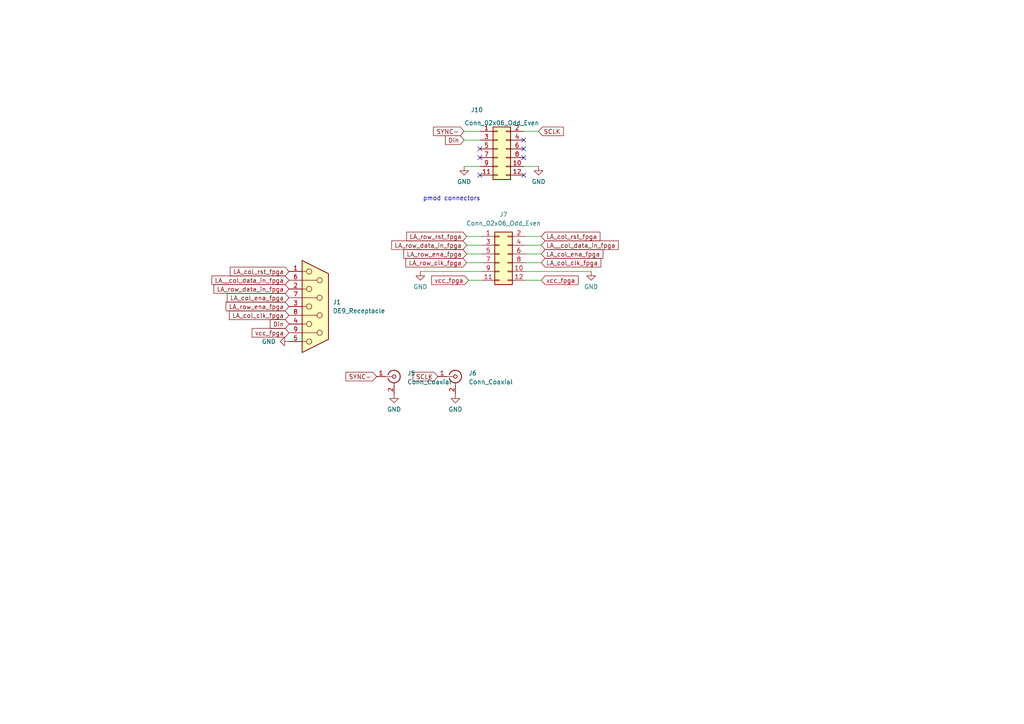
<source format=kicad_sch>
(kicad_sch (version 20231120) (generator "eeschema") (generator_version "8.0")
  (paper "A4")
  (lib_symbols
    (symbol "Connector:Conn_Coaxial" (pin_names (offset 1.016) hide)
      (property "Reference" "J" (at 0.254 3.048 0))
      (property "Value" "Conn_Coaxial" (at 2.921 0 90))
      (symbol "Conn_Coaxial_0_1"
        (arc (start -1.778 -0.508) (mid 0.2311 -1.8066) (end 1.778 0) (stroke (width 0.254)))
        (polyline (pts (xy -2.54 0) (xy -0.508 0)))
        (polyline (pts (xy 0 -2.54) (xy 0 -1.778)))
        (circle (center 0 0) (radius 0.508) (stroke (width 0.2032)))
        (arc (start 1.778 0) (mid 0.2099 1.8101) (end -1.778 0.508) (stroke (width 0.254)))
      )
      (symbol "Conn_Coaxial_1_1"
        (pin passive line (at -5.08 0 0) (length 2.54) (name "In") (number "1"))
        (pin passive line (at 0 -5.08 90) (length 2.54) (name "Ext") (number "2"))
      )
    )
    (symbol "Connector:DE9_Receptacle" (pin_names (offset 1.016) hide)
      (property "Reference" "J" (at 0 13.97 0))
      (property "Value" "DE9_Receptacle" (at 0 -14.605 0))
      (symbol "DE9_Receptacle_0_1"
        (circle (center -1.778 -10.16) (radius 0.762))
        (circle (center -1.778 -5.08) (radius 0.762))
        (circle (center -1.778 0) (radius 0.762))
        (circle (center -1.778 5.08) (radius 0.762))
        (circle (center -1.778 10.16) (radius 0.762))
        (polyline (pts (xy -3.81 -10.16) (xy -2.54 -10.16)))
        (polyline (pts (xy -3.81 -7.62) (xy 0.508 -7.62)))
        (polyline (pts (xy -3.81 -5.08) (xy -2.54 -5.08)))
        (polyline (pts (xy -3.81 -2.54) (xy 0.508 -2.54)))
        (polyline (pts (xy -3.81 0) (xy -2.54 0)))
        (polyline (pts (xy -3.81 2.54) (xy 0.508 2.54)))
        (polyline (pts (xy -3.81 5.08) (xy -2.54 5.08)))
        (polyline (pts (xy -3.81 7.62) (xy 0.508 7.62)))
        (polyline (pts (xy -3.81 10.16) (xy -2.54 10.16)))
        (polyline (pts (xy -3.81 13.335) (xy -3.81 -13.335) (xy 3.81 -9.525) (xy 3.81 9.525) (xy -3.81 13.335)) (stroke (width 0.254)) (fill (type background)))
        (circle (center 1.27 -7.62) (radius 0.762))
        (circle (center 1.27 -2.54) (radius 0.762))
        (circle (center 1.27 2.54) (radius 0.762))
        (circle (center 1.27 7.62) (radius 0.762))
      )
      (symbol "DE9_Receptacle_1_1"
        (pin passive line (at -7.62 10.16 0) (length 3.81) (name "1") (number "1"))
        (pin passive line (at -7.62 5.08 0) (length 3.81) (name "2") (number "2"))
        (pin passive line (at -7.62 0 0) (length 3.81) (name "3") (number "3"))
        (pin passive line (at -7.62 -5.08 0) (length 3.81) (name "4") (number "4"))
        (pin passive line (at -7.62 -10.16 0) (length 3.81) (name "5") (number "5"))
        (pin passive line (at -7.62 7.62 0) (length 3.81) (name "6") (number "6"))
        (pin passive line (at -7.62 2.54 0) (length 3.81) (name "7") (number "7"))
        (pin passive line (at -7.62 -2.54 0) (length 3.81) (name "8") (number "8"))
        (pin passive line (at -7.62 -7.62 0) (length 3.81) (name "9") (number "9"))
      )
    )
    (symbol "Connector_Generic:Conn_02x06_Odd_Even" (pin_names (offset 1.016) hide)
      (property "Reference" "J" (at 1.27 7.62 0))
      (property "Value" "Conn_02x06_Odd_Even" (at 1.27 -10.16 0))
      (symbol "Conn_02x06_Odd_Even_1_1"
        (rectangle (start -1.27 -7.493) (end 0 -7.747) (stroke (width 0.1524)))
        (rectangle (start -1.27 -4.953) (end 0 -5.207) (stroke (width 0.1524)))
        (rectangle (start -1.27 -2.413) (end 0 -2.667) (stroke (width 0.1524)))
        (rectangle (start -1.27 0.127) (end 0 -0.127) (stroke (width 0.1524)))
        (rectangle (start -1.27 2.667) (end 0 2.413) (stroke (width 0.1524)))
        (rectangle (start -1.27 5.207) (end 0 4.953) (stroke (width 0.1524)))
        (rectangle (start -1.27 6.35) (end 3.81 -8.89) (stroke (width 0.254)) (fill (type background)))
        (rectangle (start 3.81 -7.493) (end 2.54 -7.747) (stroke (width 0.1524)))
        (rectangle (start 3.81 -4.953) (end 2.54 -5.207) (stroke (width 0.1524)))
        (rectangle (start 3.81 -2.413) (end 2.54 -2.667) (stroke (width 0.1524)))
        (rectangle (start 3.81 0.127) (end 2.54 -0.127) (stroke (width 0.1524)))
        (rectangle (start 3.81 2.667) (end 2.54 2.413) (stroke (width 0.1524)))
        (rectangle (start 3.81 5.207) (end 2.54 4.953) (stroke (width 0.1524)))
        (pin passive line (at -5.08 5.08 0) (length 3.81) (name "Pin_1") (number "1"))
        (pin passive line (at 7.62 -5.08 180) (length 3.81) (name "Pin_10") (number "10"))
        (pin passive line (at -5.08 -7.62 0) (length 3.81) (name "Pin_11") (number "11"))
        (pin passive line (at 7.62 -7.62 180) (length 3.81) (name "Pin_12") (number "12"))
        (pin passive line (at 7.62 5.08 180) (length 3.81) (name "Pin_2") (number "2"))
        (pin passive line (at -5.08 2.54 0) (length 3.81) (name "Pin_3") (number "3"))
        (pin passive line (at 7.62 2.54 180) (length 3.81) (name "Pin_4") (number "4"))
        (pin passive line (at -5.08 0 0) (length 3.81) (name "Pin_5") (number "5"))
        (pin passive line (at 7.62 0 180) (length 3.81) (name "Pin_6") (number "6"))
        (pin passive line (at -5.08 -2.54 0) (length 3.81) (name "Pin_7") (number "7"))
        (pin passive line (at 7.62 -2.54 180) (length 3.81) (name "Pin_8") (number "8"))
        (pin passive line (at -5.08 -5.08 0) (length 3.81) (name "Pin_9") (number "9"))
      )
    )
    (symbol "power:GND" (power) (pin_names (offset 0))
      (property "Value" "GND" (at 0 -3.81 0))
      (symbol "GND_0_1"
        (polyline (pts (xy 0 0) (xy 0 -1.27) (xy 1.27 -1.27) (xy 0 -2.54) (xy -1.27 -1.27) (xy 0 -1.27)))
      )
      (symbol "GND_1_1"
        (pin power_in line (at 0 0 270) (length 0) hide (name "GND") (number "1"))
      )
    )
  )
  (no_connect (at 139.192 43.18))
  (no_connect (at 151.892 50.8))
  (no_connect (at 151.892 45.72))
  (no_connect (at 151.892 40.64))
  (no_connect (at 139.192 50.8))
  (no_connect (at 139.192 45.72))
  (no_connect (at 151.892 43.18))
  (wire (pts (xy 152.4 71.12) (xy 156.972 71.12)))
  (wire (pts (xy 135.382 71.12) (xy 139.7 71.12)))
  (wire (pts (xy 135.382 73.66) (xy 139.7 73.66)))
  (wire (pts (xy 135.382 76.2) (xy 139.7 76.2)))
  (wire (pts (xy 134.62 48.26) (xy 139.192 48.26)))
  (wire (pts (xy 151.892 38.1) (xy 156.21 38.1)))
  (wire (pts (xy 152.4 68.58) (xy 156.972 68.58)))
  (wire (pts (xy 151.892 48.26) (xy 156.21 48.26)))
  (wire (pts (xy 152.4 76.2) (xy 156.972 76.2)))
  (wire (pts (xy 121.92 78.74) (xy 139.7 78.74)))
  (wire (pts (xy 135.89 81.28) (xy 139.7 81.28)))
  (wire (pts (xy 152.4 81.28) (xy 156.972 81.28)))
  (wire (pts (xy 152.4 78.74) (xy 171.45 78.74)))
  (wire (pts (xy 152.4 73.66) (xy 156.972 73.66)))
  (wire (pts (xy 134.62 38.1) (xy 139.192 38.1)))
  (wire (pts (xy 135.382 68.58) (xy 139.7 68.58)))
  (wire (pts (xy 134.62 40.64) (xy 139.192 40.64)))
  (text " pmod connectors" (at 121.666 58.42 0) (effects (font (size 1.27 1.27)) (justify left bottom)))
  (global_label "LA__col_data_in_fpga" (shape input) (at 156.972 71.12 0) (property "Intersheetrefs" "${INTERSHEET_REFS}" (effects (hide yes))))
  (global_label "SYNC-" (shape input) (at 109.22 109.22 180) (property "Intersheetrefs" "${INTERSHEET_REFS}" (effects (hide yes))))
  (global_label "LA_row_rst_fpga" (shape input) (at 135.382 68.58 180) (property "Intersheetrefs" "${INTERSHEET_REFS}" (effects (hide yes))))
  (global_label "SCLK" (shape input) (at 156.21 38.1 0) (property "Intersheetrefs" "${INTERSHEET_REFS}" (effects (hide yes))))
  (global_label "Din" (shape input) (at 134.62 40.64 180) (property "Intersheetrefs" "${INTERSHEET_REFS}" (effects (hide yes))))
  (global_label "LA_row_clk_fpga" (shape input) (at 135.382 76.2 180) (property "Intersheetrefs" "${INTERSHEET_REFS}" (effects (hide yes))))
  (global_label "LA_col_rst_fpga" (shape input) (at 83.82 78.74 180) (property "Intersheetrefs" "${INTERSHEET_REFS}" (effects (hide yes))))
  (global_label "vcc_fpga" (shape input) (at 135.89 81.28 180) (property "Intersheetrefs" "${INTERSHEET_REFS}" (effects (hide yes))))
  (global_label "LA_row_data_in_fpga" (shape input) (at 135.382 71.12 180) (property "Intersheetrefs" "${INTERSHEET_REFS}" (effects (hide yes))))
  (global_label "SYNC-" (shape input) (at 134.62 38.1 180) (property "Intersheetrefs" "${INTERSHEET_REFS}" (effects (hide yes))))
  (global_label "LA_col_ena_fpga" (shape input) (at 156.972 73.66 0) (property "Intersheetrefs" "${INTERSHEET_REFS}" (effects (hide yes))))
  (global_label "LA_col_rst_fpga" (shape input) (at 156.972 68.58 0) (property "Intersheetrefs" "${INTERSHEET_REFS}" (effects (hide yes))))
  (global_label "LA_row_data_in_fpga" (shape input) (at 83.82 83.82 180) (property "Intersheetrefs" "${INTERSHEET_REFS}" (effects (hide yes))))
  (global_label "LA__col_data_in_fpga" (shape input) (at 83.82 81.28 180) (property "Intersheetrefs" "${INTERSHEET_REFS}" (effects (hide yes))))
  (global_label "SCLK" (shape input) (at 127 109.22 180) (property "Intersheetrefs" "${INTERSHEET_REFS}" (effects (hide yes))))
  (global_label "LA_col_ena_fpga" (shape input) (at 83.82 86.36 180) (property "Intersheetrefs" "${INTERSHEET_REFS}" (effects (hide yes))))
  (global_label "vcc_fpga" (shape input) (at 156.972 81.28 0) (property "Intersheetrefs" "${INTERSHEET_REFS}" (effects (hide yes))))
  (global_label "LA_row_ena_fpga" (shape input) (at 135.382 73.66 180) (property "Intersheetrefs" "${INTERSHEET_REFS}" (effects (hide yes))))
  (global_label "vcc_fpga" (shape input) (at 83.82 96.52 180) (property "Intersheetrefs" "${INTERSHEET_REFS}" (effects (hide yes))))
  (global_label "LA_col_clk_fpga" (shape input) (at 83.82 91.44 180) (property "Intersheetrefs" "${INTERSHEET_REFS}" (effects (hide yes))))
  (global_label "LA_col_clk_fpga" (shape input) (at 156.972 76.2 0) (property "Intersheetrefs" "${INTERSHEET_REFS}" (effects (hide yes))))
  (global_label "LA_row_ena_fpga" (shape input) (at 83.82 88.9 180) (property "Intersheetrefs" "${INTERSHEET_REFS}" (effects (hide yes))))
  (global_label "Din" (shape input) (at 83.82 93.98 180) (property "Intersheetrefs" "${INTERSHEET_REFS}" (effects (hide yes))))
  (symbol (lib_id "Connector:Conn_Coaxial") (at 132.08 109.22 0) (unit 1)
    (property "Reference" "J6" (at 135.89 108.2431 0) (effects (justify left)))
    (property "Value" "Conn_Coaxial" (at 135.89 110.7831 0) (effects (justify left)))
    (property "Footprint" "Connector_Coaxial:SMA_Amphenol_132291-12_Vertical" (effects (hide yes)))
    (property "Description" "coaxial connector (BNC, SMA, SMB, SMC, Cinch/RCA, LEMO, ...)" (effects (hide yes)))
  )
  (symbol (lib_id "power:GND") (at 132.08 114.3 0) (unit 1)
    (property "Reference" "#PWR06" (effects (hide yes)))
    (property "Value" "GND" (at 132.08 118.7434 0))
  )
  (symbol (lib_id "Connector:DE9_Receptacle") (at 91.44 88.9 0) (unit 1)
    (property "Reference" "J1" (at 96.52 87.6299 0) (effects (justify left)))
    (property "Value" "DE9_Receptacle" (at 96.52 90.1699 0) (effects (justify left)))
    (property "Footprint" "Connector_Dsub:DSUB-9_Female_Vertical_P2.77x2.84mm_MountingHoles" (effects (hide yes)))
    (property "Description" "9-pin female receptacle socket D-SUB connector" (effects (hide yes)))
  )
  (symbol (lib_id "power:GND") (at 121.92 78.74 0) (unit 1)
    (property "Reference" "#PWR05" (effects (hide yes)))
    (property "Value" "GND" (at 121.92 83.1834 0))
  )
  (symbol (lib_id "Connector_Generic:Conn_02x06_Odd_Even") (at 144.78 73.66 0) (unit 1)
    (property "Reference" "J7" (at 146.05 62.23 0))
    (property "Value" "Conn_02x06_Odd_Even" (at 146.05 64.77 0))
    (property "Footprint" "Connector_PinHeader_2.54mm:PinHeader_2x06_P2.54mm_Horizontal" (effects (hide yes)))
  )
  (symbol (lib_id "power:GND") (at 83.82 99.06 270) (unit 1)
    (property "Reference" "#PWR03" (effects (hide yes)))
    (property "Value" "GND" (at 80.01 99.0599 90) (effects (justify right)))
  )
  (symbol (lib_id "power:GND") (at 156.21 48.26 0) (unit 1)
    (property "Reference" "#PWR010" (effects (hide yes)))
    (property "Value" "GND" (at 156.21 52.7034 0))
  )
  (symbol (lib_id "Connector_Generic:Conn_02x06_Odd_Even") (at 144.272 43.18 0) (unit 1)
    (property "Reference" "J10" (at 138.303 31.8602 0))
    (property "Value" "Conn_02x06_Odd_Even" (at 145.542 35.6671 0))
    (property "Footprint" "Connector_PinHeader_2.54mm:PinHeader_2x06_P2.54mm_Horizontal" (effects (hide yes)))
  )
  (symbol (lib_id "power:GND") (at 114.3 114.3 0) (unit 1)
    (property "Reference" "#PWR04" (effects (hide yes)))
    (property "Value" "GND" (at 114.3 118.7434 0))
  )
  (symbol (lib_id "power:GND") (at 134.62 48.26 0) (unit 1)
    (property "Reference" "#PWR08" (effects (hide yes)))
    (property "Value" "GND" (at 134.62 52.7034 0))
  )
  (symbol (lib_id "Connector:Conn_Coaxial") (at 114.3 109.22 0) (unit 1)
    (property "Reference" "J5" (at 118.11 108.2431 0) (effects (justify left)))
    (property "Value" "Conn_Coaxial" (at 118.11 110.7831 0) (effects (justify left)))
    (property "Footprint" "Connector_Coaxial:SMA_Amphenol_132291-12_Vertical" (effects (hide yes)))
    (property "Description" "coaxial connector (BNC, SMA, SMB, SMC, Cinch/RCA, LEMO, ...)" (effects (hide yes)))
  )
  (symbol (lib_id "power:GND") (at 171.45 78.74 0) (unit 1)
    (property "Reference" "#PWR07" (effects (hide yes)))
    (property "Value" "GND" (at 171.45 83.1834 0))
  )
)
</source>
